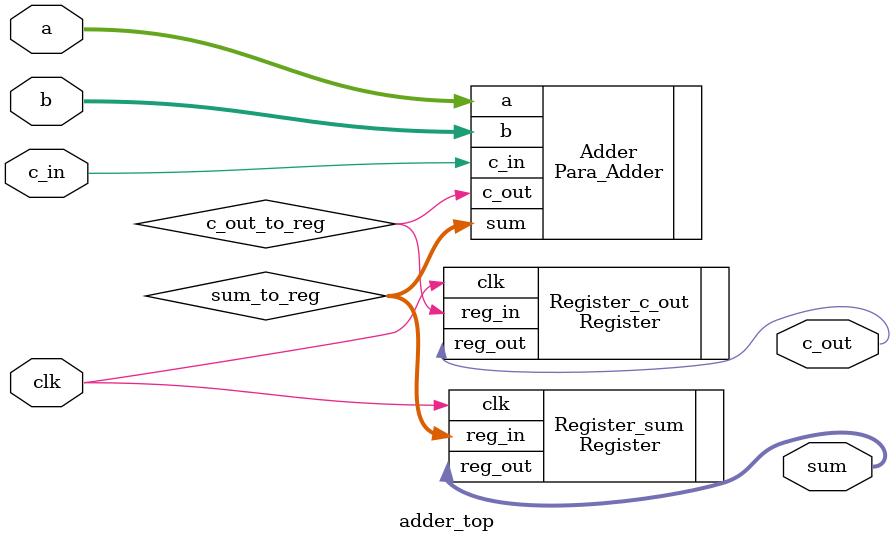
<source format=v>
`timescale 1ns / 1ns
module adder_top(
	input clk,
	input [W-1:0] a,
	input [W-1:0] b,
	input c_in,
	output [W-1:0] sum,
	output c_out
   );

	parameter W = 32;
	
	wire [W-1:0] sum_to_reg;
	wire c_out_to_reg;
	
	Register
	#(.W(W))
	Register_sum
	(
		.clk(clk),
		.reg_in(sum_to_reg),
		.reg_out(sum)
	);	
	
	Register
	#(.W(1))
	Register_c_out
	(
		.clk(clk),
		.reg_in(c_out_to_reg),
		.reg_out(c_out)
	);	
	
	Para_Adder
	#(.W(W))
	Adder
	(
		.c_out(c_out_to_reg),
		.sum(sum_to_reg),
		.a(a),
		.b(b),
		.c_in(c_in)
	);


endmodule

</source>
